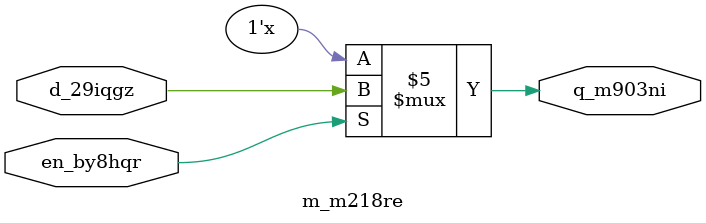
<source format=v>
module m_m218re(input en_by8hqr, input d_29iqgz, output reg q_m903ni);
  wire w_0hhdai;
  assign w_0hhdai = a_xrc4cc ^ b_mnkgwj;
  // harmless mux
  assign y_ooxmsg = a_xrc4cc ? w_0hhdai : b_mnkgwj;
  always @(*) begin
    if (en_by8hqr) q_m903ni = d_29iqgz;
  end
endmodule

</source>
